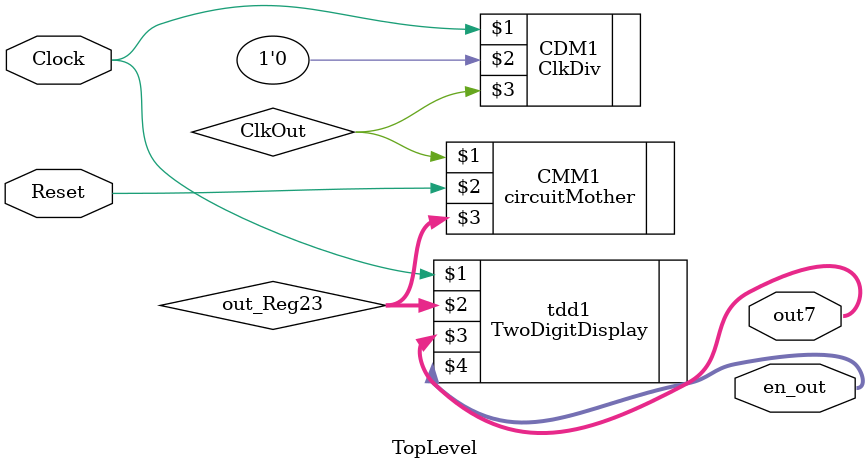
<source format=v>
`timescale 1ns / 1ps


module TopLevel(Clock, Reset, out7, en_out);

    input Clock, Reset;
    output [6:0] out7;
    output [3:0] en_out;
    
    wire ClkOut; // For ClkDiv
    
    ClkDiv CDM1(Clock, 1'b0, ClkOut);
    
    //wire Instruction; // Just Ground, not needed in top level
    wire [15:0] out_Reg23;
    
    // circuitMother  (Clock, Reset, Instruction, out_Reg23);
    //circuitMother CMM1(ClkOut, Reset, Instruction, out_Reg23);
    circuitMother CMM1(ClkOut, Reset, out_Reg23);
    
    // TwoDigitDisplay(Clk, Number, out7, en_out)
    TwoDigitDisplay tdd1(Clock, out_Reg23[15:0], out7, en_out);
    
    

endmodule

</source>
